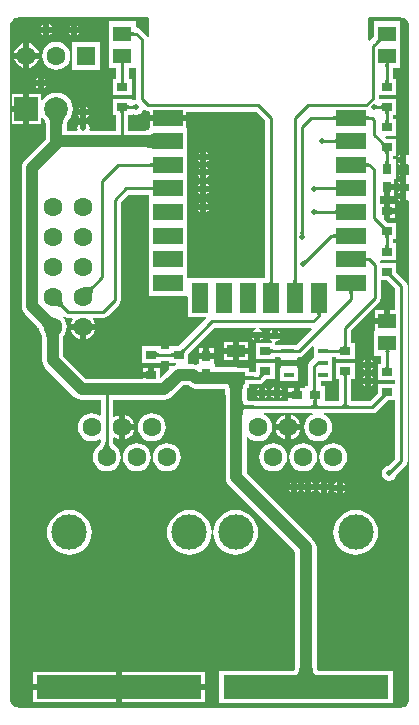
<source format=gtl>
G04*
G04 #@! TF.GenerationSoftware,Altium Limited,Altium Designer,18.0.12 (696)*
G04*
G04 Layer_Physical_Order=1*
G04 Layer_Color=255*
%FSLAX44Y44*%
%MOMM*%
G71*
G01*
G75*
%ADD11C,0.2540*%
%ADD18R,2.5000X1.4000*%
%ADD19R,1.4000X2.5000*%
%ADD20R,1.5000X1.3000*%
%ADD21R,0.9144X0.7620*%
%ADD22R,0.8500X0.6500*%
%ADD23R,1.5000X1.0000*%
%ADD24R,0.7620X0.9144*%
%ADD25R,0.8103X0.2997*%
%ADD40C,1.0160*%
%ADD41R,14.0000X2.0000*%
%ADD42C,1.6000*%
%ADD43C,2.0000*%
%ADD44R,2.0000X2.0000*%
%ADD45R,1.6000X1.6000*%
%ADD46C,0.5080*%
%ADD47C,3.0000*%
G36*
X1108047Y883019D02*
X1108124Y882803D01*
X1108252Y882612D01*
X1108432Y882447D01*
X1108664Y882308D01*
X1108946Y882193D01*
X1109281Y882104D01*
X1109666Y882041D01*
X1110103Y882003D01*
X1110592Y881990D01*
Y879450D01*
X1110103Y879437D01*
X1109666Y879399D01*
X1109281Y879336D01*
X1108946Y879247D01*
X1108664Y879133D01*
X1108432Y878993D01*
X1108252Y878828D01*
X1108124Y878637D01*
X1108047Y878421D01*
X1108021Y878180D01*
Y883260D01*
X1108047Y883019D01*
D02*
G37*
G36*
X1337742Y894268D02*
X1339565Y893513D01*
X1341130Y892312D01*
X1342331Y890747D01*
X1343086Y888924D01*
X1343329Y887081D01*
X1343306Y886968D01*
X1343306Y778120D01*
X1342036Y777738D01*
X1341120Y778351D01*
Y773938D01*
Y769526D01*
X1342036Y770138D01*
X1343306Y769756D01*
Y761610D01*
X1342036Y761228D01*
X1341120Y761841D01*
Y757428D01*
Y753016D01*
X1342036Y753628D01*
X1343306Y753246D01*
Y747640D01*
X1342036Y747258D01*
X1341120Y747870D01*
Y743458D01*
Y739045D01*
X1342036Y739658D01*
X1343306Y739276D01*
X1343306Y317500D01*
X1343329Y317387D01*
X1343086Y315544D01*
X1342331Y313721D01*
X1341130Y312156D01*
X1339565Y310955D01*
X1337742Y310200D01*
X1335898Y309957D01*
X1335786Y309979D01*
X1012952D01*
X1012840Y309957D01*
X1010996Y310200D01*
X1009173Y310955D01*
X1007608Y312156D01*
X1006407Y313721D01*
X1005652Y315544D01*
X1005409Y317388D01*
X1005432Y317500D01*
Y327660D01*
X1005431Y327660D01*
X1005432Y886968D01*
X1005409Y887081D01*
X1005652Y888924D01*
X1006407Y890747D01*
X1007608Y892312D01*
X1009173Y893513D01*
X1010996Y894268D01*
X1012840Y894511D01*
X1012952Y894489D01*
X1122087D01*
X1123188Y894080D01*
X1123188Y893219D01*
Y877694D01*
X1121918Y877569D01*
X1121877Y877774D01*
X1120754Y879454D01*
X1115826Y884382D01*
X1114146Y885505D01*
X1112164Y885900D01*
X1111892D01*
Y891030D01*
X1089272D01*
Y870410D01*
Y851410D01*
X1095403D01*
Y842608D01*
X1092216D01*
Y828488D01*
X1108336D01*
Y842608D01*
X1105761D01*
Y851410D01*
X1111892D01*
X1111913Y850148D01*
Y825246D01*
X1111999Y824809D01*
X1109788Y824370D01*
X1109606Y824248D01*
X1108336Y824927D01*
Y825608D01*
X1092216D01*
Y811488D01*
X1095097D01*
Y798587D01*
X1073562D01*
X1072542Y799857D01*
X1072741Y800862D01*
X1072347Y802844D01*
X1071225Y804525D01*
X1070102Y805275D01*
Y800862D01*
X1065022D01*
Y805275D01*
X1063900Y804525D01*
X1062777Y802844D01*
X1062383Y800862D01*
X1062582Y799857D01*
X1061562Y798587D01*
X1053669D01*
Y802235D01*
X1053736Y804068D01*
X1053809Y804771D01*
X1053909Y805410D01*
X1054025Y805941D01*
X1054150Y806358D01*
X1054268Y806660D01*
X1054365Y806848D01*
X1054396Y806896D01*
X1054551Y807015D01*
X1056765Y809899D01*
X1058157Y813259D01*
X1058631Y816864D01*
X1058157Y820469D01*
X1056765Y823829D01*
X1054551Y826713D01*
X1051667Y828927D01*
X1048307Y830319D01*
X1044702Y830793D01*
X1041097Y830319D01*
X1037737Y828927D01*
X1034853Y826713D01*
X1033112Y824445D01*
X1031842Y824876D01*
Y829404D01*
X1021842D01*
Y816864D01*
Y804324D01*
X1031842D01*
Y808852D01*
X1033112Y809283D01*
X1034853Y807015D01*
X1035008Y806896D01*
X1035039Y806848D01*
X1035136Y806660D01*
X1035254Y806358D01*
X1035378Y805941D01*
X1035495Y805410D01*
X1035588Y804816D01*
X1035721Y803143D01*
X1035735Y802332D01*
Y791368D01*
X1017788Y773420D01*
X1016363Y771563D01*
X1015467Y769401D01*
X1015161Y767080D01*
Y649986D01*
X1015467Y647665D01*
X1016363Y645503D01*
X1017788Y643646D01*
X1027656Y633777D01*
X1028684Y632724D01*
X1029512Y631819D01*
X1029887Y631362D01*
X1030148Y629377D01*
X1031338Y626504D01*
X1032498Y624992D01*
X1032685Y622245D01*
X1032687Y621830D01*
Y604012D01*
X1032993Y601691D01*
X1033889Y599529D01*
X1035314Y597672D01*
X1059698Y573288D01*
X1061555Y571863D01*
X1063717Y570967D01*
X1066038Y570661D01*
X1082195D01*
Y557921D01*
X1081055Y557360D01*
X1080630Y557686D01*
X1077757Y558876D01*
X1074674Y559282D01*
X1071591Y558876D01*
X1068718Y557686D01*
X1066251Y555793D01*
X1064358Y553326D01*
X1063168Y550453D01*
X1062762Y547370D01*
X1063168Y544287D01*
X1064358Y541414D01*
X1066251Y538947D01*
X1068718Y537054D01*
X1071591Y535864D01*
X1074674Y535458D01*
X1077757Y535864D01*
X1080630Y537054D01*
X1081055Y537380D01*
X1082195Y536819D01*
Y534610D01*
X1082185Y534568D01*
X1082108Y534347D01*
X1081956Y534018D01*
X1081715Y533595D01*
X1081378Y533091D01*
X1080970Y532552D01*
X1079753Y531165D01*
X1079113Y530518D01*
X1078951Y530393D01*
X1077058Y527926D01*
X1075868Y525053D01*
X1075462Y521970D01*
X1075868Y518887D01*
X1077058Y516014D01*
X1078951Y513547D01*
X1081418Y511654D01*
X1084291Y510464D01*
X1087374Y510058D01*
X1090457Y510464D01*
X1093330Y511654D01*
X1095797Y513547D01*
X1097690Y516014D01*
X1098880Y518887D01*
X1099286Y521970D01*
X1098880Y525053D01*
X1097690Y527926D01*
X1095797Y530393D01*
X1095635Y530518D01*
X1094996Y531165D01*
X1093778Y532552D01*
X1093370Y533091D01*
X1093034Y533594D01*
X1092792Y534018D01*
X1092640Y534347D01*
X1092562Y534568D01*
X1092553Y534610D01*
Y538255D01*
X1093823Y538881D01*
X1094759Y538163D01*
X1097322Y537101D01*
X1097534Y537073D01*
Y547370D01*
Y557667D01*
X1097322Y557639D01*
X1094759Y556577D01*
X1093823Y555859D01*
X1092553Y556485D01*
Y570661D01*
X1136084D01*
X1138405Y570967D01*
X1140567Y571863D01*
X1142424Y573288D01*
X1146267Y577130D01*
X1152101Y582853D01*
X1156488D01*
X1158329Y581441D01*
X1160491Y580545D01*
X1162812Y580239D01*
X1187495D01*
X1187530Y580058D01*
X1187861Y575831D01*
X1187881Y574219D01*
Y564642D01*
Y504952D01*
X1188187Y502631D01*
X1189083Y500469D01*
X1190508Y498612D01*
X1247063Y442056D01*
Y347762D01*
X1247019Y346075D01*
X1246890Y344610D01*
X1246692Y343416D01*
X1246448Y342510D01*
X1246201Y341902D01*
X1246006Y341583D01*
X1245941Y341513D01*
X1245536Y341470D01*
X1181966D01*
Y313850D01*
X1329586D01*
Y341470D01*
X1266524D01*
X1266119Y341513D01*
X1266054Y341583D01*
X1265859Y341902D01*
X1265612Y342510D01*
X1265368Y343416D01*
X1265170Y344610D01*
X1265041Y346075D01*
X1264997Y347762D01*
Y445770D01*
X1264997Y445770D01*
X1264691Y448091D01*
X1263795Y450253D01*
X1262370Y452110D01*
X1205815Y508666D01*
Y538804D01*
X1207017Y539212D01*
X1207221Y538947D01*
X1209688Y537054D01*
X1212561Y535864D01*
X1215644Y535458D01*
X1218727Y535864D01*
X1221600Y537054D01*
X1224067Y538947D01*
X1225960Y541414D01*
X1227150Y544287D01*
X1227556Y547370D01*
X1227150Y550453D01*
X1225960Y553326D01*
X1224067Y555793D01*
X1221600Y557686D01*
X1220377Y558192D01*
X1220630Y559463D01*
X1261458D01*
X1261711Y558192D01*
X1260488Y557686D01*
X1258021Y555793D01*
X1256128Y553326D01*
X1254938Y550453D01*
X1254532Y547370D01*
X1254938Y544287D01*
X1256128Y541414D01*
X1258021Y538947D01*
X1260488Y537054D01*
X1263361Y535864D01*
X1266444Y535458D01*
X1269527Y535864D01*
X1272400Y537054D01*
X1274867Y538947D01*
X1276760Y541414D01*
X1277950Y544287D01*
X1278356Y547370D01*
X1277950Y550453D01*
X1276760Y553326D01*
X1274867Y555793D01*
X1272400Y557686D01*
X1271177Y558192D01*
X1271430Y559463D01*
X1312282D01*
X1314264Y559857D01*
X1315945Y560979D01*
X1324924Y569959D01*
X1325058Y570077D01*
X1325142Y570143D01*
X1325261Y570120D01*
X1325476Y570164D01*
X1331622D01*
Y520813D01*
X1325580Y514771D01*
X1324164Y514490D01*
X1322064Y513086D01*
X1320660Y510986D01*
X1320168Y508508D01*
X1320660Y506030D01*
X1322064Y503930D01*
X1324164Y502526D01*
X1326642Y502034D01*
X1329120Y502526D01*
X1331220Y503930D01*
X1332624Y506030D01*
X1332905Y507446D01*
X1340464Y515005D01*
X1341587Y516686D01*
X1341982Y518668D01*
Y666632D01*
X1341982Y666632D01*
X1341587Y668614D01*
X1340464Y670294D01*
X1332657Y678102D01*
X1332416Y678360D01*
Y686138D01*
X1319157D01*
X1318981Y687020D01*
X1318495Y687748D01*
X1319174Y689018D01*
X1332416D01*
Y703138D01*
X1329536D01*
Y706562D01*
X1332416D01*
Y720682D01*
X1324968D01*
X1324753Y720726D01*
X1324648Y720706D01*
X1324341Y720962D01*
X1321644Y723659D01*
X1321816Y724073D01*
Y730622D01*
Y736412D01*
X1318613D01*
Y743458D01*
X1321816D01*
Y750570D01*
X1324356D01*
Y753110D01*
X1330706D01*
Y757428D01*
X1331976D01*
Y774192D01*
X1329536D01*
Y777428D01*
X1332416D01*
Y791548D01*
X1324968D01*
X1324753Y791592D01*
X1324648Y791572D01*
X1324341Y791828D01*
X1322914Y793255D01*
X1323400Y794428D01*
X1332416D01*
Y808548D01*
X1329536D01*
Y811488D01*
X1332618D01*
Y825608D01*
X1317971D01*
X1317852Y825754D01*
Y828488D01*
X1332618D01*
Y842608D01*
X1329738D01*
Y851410D01*
X1335920D01*
Y870410D01*
Y891030D01*
X1313300D01*
Y878353D01*
X1313260Y878192D01*
X1313298Y877942D01*
X1313071Y877674D01*
X1310132Y874735D01*
X1308862Y875261D01*
Y893219D01*
X1308862Y894080D01*
X1309963Y894489D01*
X1335786D01*
X1335898Y894511D01*
X1337742Y894268D01*
D02*
G37*
G36*
X1320565Y874250D02*
X1320375Y874402D01*
X1320147Y874480D01*
X1319882Y874484D01*
X1319579Y874414D01*
X1319239Y874271D01*
X1318861Y874055D01*
X1318445Y873765D01*
X1317992Y873402D01*
X1316973Y872454D01*
X1315344Y874418D01*
X1315840Y874932D01*
X1316620Y875856D01*
X1316905Y876266D01*
X1317119Y876643D01*
X1317264Y876985D01*
X1317338Y877292D01*
X1317343Y877566D01*
X1317277Y877805D01*
X1317141Y878011D01*
X1320565Y874250D01*
D02*
G37*
G36*
X1326857Y855255D02*
X1326641Y855178D01*
X1326450Y855050D01*
X1326285Y854870D01*
X1326145Y854638D01*
X1326031Y854356D01*
X1325942Y854021D01*
X1325879Y853636D01*
X1325841Y853199D01*
X1325828Y852710D01*
X1323288D01*
X1323275Y853199D01*
X1323237Y853636D01*
X1323174Y854021D01*
X1323085Y854356D01*
X1322970Y854638D01*
X1322831Y854870D01*
X1322666Y855050D01*
X1322475Y855178D01*
X1322259Y855255D01*
X1322018Y855281D01*
X1327098D01*
X1326857Y855255D01*
D02*
G37*
G36*
X1102881D02*
X1102665Y855178D01*
X1102474Y855050D01*
X1102309Y854870D01*
X1102169Y854638D01*
X1102055Y854356D01*
X1101966Y854021D01*
X1101903Y853636D01*
X1101865Y853199D01*
X1101852Y852710D01*
X1099312D01*
X1099299Y853199D01*
X1099261Y853636D01*
X1099198Y854021D01*
X1099109Y854356D01*
X1098995Y854638D01*
X1098855Y854870D01*
X1098690Y855050D01*
X1098499Y855178D01*
X1098283Y855255D01*
X1098042Y855281D01*
X1103122D01*
X1102881Y855255D01*
D02*
G37*
G36*
X1325841Y840825D02*
X1325879Y840393D01*
X1325942Y840012D01*
X1326031Y839682D01*
X1326145Y839402D01*
X1326285Y839174D01*
X1326450Y838996D01*
X1326641Y838869D01*
X1326857Y838793D01*
X1327098Y838767D01*
X1322018D01*
X1322259Y838793D01*
X1322475Y838869D01*
X1322666Y838996D01*
X1322831Y839174D01*
X1322970Y839402D01*
X1323085Y839682D01*
X1323174Y840012D01*
X1323237Y840393D01*
X1323275Y840825D01*
X1323288Y841308D01*
X1325828D01*
X1325841Y840825D01*
D02*
G37*
G36*
X1101865D02*
X1101903Y840393D01*
X1101966Y840012D01*
X1102055Y839682D01*
X1102169Y839402D01*
X1102309Y839174D01*
X1102474Y838996D01*
X1102665Y838869D01*
X1102881Y838793D01*
X1103122Y838767D01*
X1098042D01*
X1098283Y838793D01*
X1098499Y838869D01*
X1098690Y838996D01*
X1098855Y839174D01*
X1098995Y839402D01*
X1099109Y839682D01*
X1099198Y840012D01*
X1099261Y840393D01*
X1099299Y840825D01*
X1099312Y841308D01*
X1101852D01*
X1101865Y840825D01*
D02*
G37*
G36*
X1110344Y816728D02*
X1110239Y816832D01*
X1110116Y816926D01*
X1109974Y817008D01*
X1109814Y817080D01*
X1109634Y817141D01*
X1109436Y817190D01*
X1109220Y817228D01*
X1108984Y817256D01*
X1108457Y817278D01*
X1108643Y819818D01*
X1108917Y819823D01*
X1109410Y819859D01*
X1109630Y819891D01*
X1109831Y819933D01*
X1110015Y819983D01*
X1110180Y820043D01*
X1110327Y820112D01*
X1110457Y820190D01*
X1110568Y820277D01*
X1110344Y816728D01*
D02*
G37*
G36*
X1315611Y820070D02*
X1315738Y819983D01*
X1315883Y819907D01*
X1316046Y819841D01*
X1316228Y819785D01*
X1316429Y819739D01*
X1316647Y819704D01*
X1316884Y819678D01*
X1317412Y819658D01*
Y817118D01*
X1317139Y817113D01*
X1316647Y817072D01*
X1316429Y817037D01*
X1316228Y816991D01*
X1316046Y816935D01*
X1315883Y816869D01*
X1315738Y816793D01*
X1315611Y816706D01*
X1315502Y816610D01*
Y820166D01*
X1315611Y820070D01*
D02*
G37*
G36*
X1104491Y820847D02*
X1104568Y820631D01*
X1104696Y820440D01*
X1104876Y820275D01*
X1105108Y820135D01*
X1105390Y820021D01*
X1105725Y819932D01*
X1106110Y819869D01*
X1106547Y819831D01*
X1107036Y819818D01*
Y817278D01*
X1106547Y817265D01*
X1106110Y817227D01*
X1105725Y817164D01*
X1105390Y817075D01*
X1105108Y816961D01*
X1104876Y816821D01*
X1104696Y816656D01*
X1104568Y816465D01*
X1104491Y816249D01*
X1104465Y816008D01*
Y821088D01*
X1104491Y820847D01*
D02*
G37*
G36*
X1320369Y815848D02*
X1320343Y816089D01*
X1320266Y816305D01*
X1320138Y816496D01*
X1319958Y816661D01*
X1319726Y816801D01*
X1319444Y816915D01*
X1319109Y817004D01*
X1318724Y817067D01*
X1318287Y817105D01*
X1317798Y817118D01*
Y819658D01*
X1318287Y819671D01*
X1318724Y819709D01*
X1319109Y819772D01*
X1319444Y819861D01*
X1319726Y819976D01*
X1319958Y820115D01*
X1320138Y820280D01*
X1320266Y820471D01*
X1320343Y820687D01*
X1320369Y820928D01*
Y815848D01*
D02*
G37*
G36*
X1326655Y815333D02*
X1326439Y815256D01*
X1326248Y815128D01*
X1326083Y814948D01*
X1325943Y814716D01*
X1325829Y814434D01*
X1325740Y814099D01*
X1325677Y813714D01*
X1325639Y813277D01*
X1325626Y812788D01*
X1323086D01*
X1323073Y813277D01*
X1323035Y813714D01*
X1322972Y814099D01*
X1322883Y814434D01*
X1322769Y814716D01*
X1322629Y814948D01*
X1322464Y815128D01*
X1322273Y815256D01*
X1322057Y815333D01*
X1321816Y815359D01*
X1326896D01*
X1326655Y815333D01*
D02*
G37*
G36*
X1102575D02*
X1102359Y815256D01*
X1102168Y815128D01*
X1102003Y814948D01*
X1101863Y814716D01*
X1101749Y814434D01*
X1101660Y814099D01*
X1101597Y813714D01*
X1101559Y813277D01*
X1101546Y812788D01*
X1099006D01*
X1098993Y813277D01*
X1098955Y813714D01*
X1098892Y814099D01*
X1098803Y814434D01*
X1098689Y814716D01*
X1098549Y814948D01*
X1098384Y815128D01*
X1098193Y815256D01*
X1097977Y815333D01*
X1097736Y815359D01*
X1102816D01*
X1102575Y815333D01*
D02*
G37*
G36*
X1119936Y815635D02*
X1121918Y815240D01*
X1121918Y815240D01*
X1123188D01*
Y814324D01*
X1124090D01*
Y812160D01*
X1154170D01*
Y814324D01*
X1214161D01*
X1221451Y807035D01*
Y673430D01*
X1155820D01*
X1155440Y674542D01*
Y678810D01*
Y698810D01*
Y718810D01*
Y738810D01*
Y758810D01*
Y778810D01*
Y800430D01*
X1154170D01*
Y807080D01*
X1124090D01*
Y800430D01*
X1122820D01*
Y798966D01*
X1118258Y798602D01*
X1116691Y798587D01*
X1105455D01*
Y811488D01*
X1108336D01*
Y811849D01*
X1109606Y812528D01*
X1109788Y812406D01*
X1112266Y811914D01*
X1114744Y812406D01*
X1116844Y813810D01*
X1118248Y815910D01*
X1119035Y816237D01*
X1119936Y815635D01*
D02*
G37*
G36*
X1306595Y811919D02*
X1306672Y811703D01*
X1306800Y811512D01*
X1306980Y811347D01*
X1307212Y811207D01*
X1307494Y811093D01*
X1307829Y811004D01*
X1308214Y810941D01*
X1308651Y810903D01*
X1309140Y810890D01*
Y808350D01*
X1308651Y808337D01*
X1308214Y808299D01*
X1307829Y808236D01*
X1307494Y808147D01*
X1307212Y808032D01*
X1306980Y807893D01*
X1306800Y807728D01*
X1306672Y807537D01*
X1306595Y807321D01*
X1306569Y807080D01*
Y812160D01*
X1306595Y811919D01*
D02*
G37*
G36*
X1281691Y807080D02*
X1281665Y807321D01*
X1281588Y807537D01*
X1281460Y807728D01*
X1281280Y807893D01*
X1281048Y808032D01*
X1280766Y808147D01*
X1280431Y808236D01*
X1280046Y808299D01*
X1279609Y808337D01*
X1279120Y808350D01*
Y810890D01*
X1279609Y810903D01*
X1280046Y810941D01*
X1280431Y811004D01*
X1280766Y811093D01*
X1281048Y811207D01*
X1281280Y811347D01*
X1281460Y811512D01*
X1281588Y811703D01*
X1281665Y811919D01*
X1281691Y812160D01*
Y807080D01*
D02*
G37*
G36*
X1325639Y806765D02*
X1325677Y806333D01*
X1325740Y805952D01*
X1325829Y805622D01*
X1325943Y805342D01*
X1326083Y805114D01*
X1326248Y804936D01*
X1326439Y804809D01*
X1326655Y804733D01*
X1326896Y804707D01*
X1321816D01*
X1322057Y804733D01*
X1322273Y804809D01*
X1322464Y804936D01*
X1322629Y805114D01*
X1322769Y805342D01*
X1322883Y805622D01*
X1322972Y805952D01*
X1323035Y806333D01*
X1323073Y806765D01*
X1323086Y807247D01*
X1325626D01*
X1325639Y806765D01*
D02*
G37*
G36*
X1051337Y809309D02*
X1051011Y808821D01*
X1050723Y808260D01*
X1050473Y807624D01*
X1050262Y806914D01*
X1050089Y806129D01*
X1049955Y805271D01*
X1049859Y804338D01*
X1049782Y802250D01*
X1039622D01*
X1039603Y803331D01*
X1039449Y805271D01*
X1039315Y806129D01*
X1039142Y806914D01*
X1038931Y807624D01*
X1038681Y808260D01*
X1038393Y808821D01*
X1038067Y809309D01*
X1037702Y809723D01*
X1051702D01*
X1051337Y809309D01*
D02*
G37*
G36*
X1271281Y791254D02*
X1271410Y791178D01*
X1271557Y791110D01*
X1271723Y791052D01*
X1271907Y791002D01*
X1272108Y790962D01*
X1272328Y790930D01*
X1272822Y790894D01*
X1273096Y790890D01*
X1273314Y788350D01*
X1273041Y788344D01*
X1272552Y788300D01*
X1272336Y788261D01*
X1272138Y788211D01*
X1271959Y788149D01*
X1271799Y788077D01*
X1271658Y787994D01*
X1271536Y787899D01*
X1271432Y787793D01*
X1271169Y791339D01*
X1271281Y791254D01*
D02*
G37*
G36*
X1281691Y787080D02*
X1281665Y787321D01*
X1281588Y787537D01*
X1281460Y787728D01*
X1281280Y787893D01*
X1281048Y788033D01*
X1280766Y788147D01*
X1280431Y788236D01*
X1280046Y788299D01*
X1279609Y788337D01*
X1279120Y788350D01*
Y790890D01*
X1279609Y790903D01*
X1280046Y790941D01*
X1280431Y791004D01*
X1280766Y791093D01*
X1281048Y791208D01*
X1281280Y791347D01*
X1281460Y791512D01*
X1281588Y791703D01*
X1281665Y791919D01*
X1281691Y792160D01*
Y787080D01*
D02*
G37*
G36*
X1321612Y789046D02*
X1322486Y788315D01*
X1322884Y788043D01*
X1323257Y787832D01*
X1323603Y787684D01*
X1323923Y787597D01*
X1324218Y787572D01*
X1324486Y787609D01*
X1324729Y787708D01*
X1320137Y785115D01*
X1320325Y785268D01*
X1320432Y785467D01*
X1320457Y785711D01*
X1320400Y786001D01*
X1320262Y786337D01*
X1320041Y786720D01*
X1319739Y787148D01*
X1319354Y787622D01*
X1318340Y788708D01*
X1321136Y789504D01*
X1321612Y789046D01*
D02*
G37*
G36*
X1126660Y782651D02*
X1126559Y783009D01*
X1126254Y783331D01*
X1125746Y783614D01*
X1125035Y783860D01*
X1124120Y784068D01*
X1123003Y784238D01*
X1120158Y784464D01*
X1116500Y784540D01*
Y794700D01*
X1118431Y794719D01*
X1124120Y795172D01*
X1125035Y795380D01*
X1125746Y795626D01*
X1126254Y795909D01*
X1126559Y796230D01*
X1126660Y796590D01*
Y782651D01*
D02*
G37*
G36*
X1326655Y781273D02*
X1326439Y781196D01*
X1326248Y781068D01*
X1326083Y780888D01*
X1325943Y780656D01*
X1325829Y780374D01*
X1325740Y780039D01*
X1325677Y779654D01*
X1325639Y779217D01*
X1325626Y778728D01*
X1323086D01*
X1323073Y779217D01*
X1323035Y779654D01*
X1322972Y780039D01*
X1322883Y780374D01*
X1322769Y780656D01*
X1322629Y780888D01*
X1322464Y781068D01*
X1322273Y781196D01*
X1322057Y781273D01*
X1321816Y781299D01*
X1326896D01*
X1326655Y781273D01*
D02*
G37*
G36*
X1325639Y772403D02*
X1325677Y771966D01*
X1325740Y771581D01*
X1325829Y771246D01*
X1325943Y770964D01*
X1326083Y770732D01*
X1326248Y770552D01*
X1326439Y770424D01*
X1326655Y770347D01*
X1326896Y770321D01*
X1321816D01*
X1322057Y770347D01*
X1322273Y770424D01*
X1322464Y770552D01*
X1322629Y770732D01*
X1322769Y770964D01*
X1322883Y771246D01*
X1322972Y771581D01*
X1323035Y771966D01*
X1323073Y772403D01*
X1323086Y772891D01*
X1325626D01*
X1325639Y772403D01*
D02*
G37*
G36*
X1306595Y771919D02*
X1306672Y771703D01*
X1306800Y771512D01*
X1306980Y771347D01*
X1307212Y771208D01*
X1307494Y771093D01*
X1307829Y771004D01*
X1308214Y770941D01*
X1308651Y770903D01*
X1309140Y770890D01*
Y768350D01*
X1308651Y768337D01*
X1308214Y768299D01*
X1307829Y768236D01*
X1307494Y768147D01*
X1307212Y768033D01*
X1306980Y767893D01*
X1306800Y767728D01*
X1306672Y767537D01*
X1306595Y767321D01*
X1306569Y767080D01*
Y772160D01*
X1306595Y771919D01*
D02*
G37*
G36*
X1126691Y767080D02*
X1126665Y767321D01*
X1126588Y767537D01*
X1126459Y767728D01*
X1126280Y767893D01*
X1126048Y768033D01*
X1125765Y768147D01*
X1125431Y768236D01*
X1125046Y768299D01*
X1124609Y768337D01*
X1124120Y768350D01*
Y770890D01*
X1124609Y770903D01*
X1125046Y770941D01*
X1125431Y771004D01*
X1125765Y771093D01*
X1126048Y771208D01*
X1126280Y771347D01*
X1126459Y771512D01*
X1126588Y771703D01*
X1126665Y771919D01*
X1126691Y772160D01*
Y767080D01*
D02*
G37*
G36*
X1264765Y751286D02*
X1264893Y751203D01*
X1265040Y751129D01*
X1265204Y751066D01*
X1265387Y751012D01*
X1265587Y750968D01*
X1265806Y750934D01*
X1266299Y750895D01*
X1266572Y750890D01*
X1266648Y748350D01*
X1266376Y748345D01*
X1265885Y748303D01*
X1265667Y748266D01*
X1265468Y748219D01*
X1265287Y748161D01*
X1265124Y748092D01*
X1264980Y748013D01*
X1264855Y747924D01*
X1264747Y747824D01*
X1264655Y751379D01*
X1264765Y751286D01*
D02*
G37*
G36*
X1281691Y747080D02*
X1281665Y747321D01*
X1281588Y747537D01*
X1281460Y747728D01*
X1281280Y747893D01*
X1281048Y748033D01*
X1280766Y748147D01*
X1280431Y748236D01*
X1280046Y748299D01*
X1279609Y748337D01*
X1279120Y748350D01*
Y750890D01*
X1279609Y750903D01*
X1280046Y750941D01*
X1280431Y751004D01*
X1280766Y751093D01*
X1281048Y751208D01*
X1281280Y751347D01*
X1281460Y751512D01*
X1281588Y751703D01*
X1281665Y751919D01*
X1281691Y752160D01*
Y747080D01*
D02*
G37*
G36*
X1126691D02*
X1126665Y747321D01*
X1126588Y747537D01*
X1126459Y747728D01*
X1126280Y747893D01*
X1126048Y748033D01*
X1125765Y748147D01*
X1125431Y748236D01*
X1125046Y748299D01*
X1124609Y748337D01*
X1124120Y748350D01*
Y750890D01*
X1124609Y750903D01*
X1125046Y750941D01*
X1125431Y751004D01*
X1125765Y751093D01*
X1126048Y751208D01*
X1126280Y751347D01*
X1126459Y751512D01*
X1126588Y751703D01*
X1126665Y751919D01*
X1126691Y752160D01*
Y747080D01*
D02*
G37*
G36*
X1264464Y731269D02*
X1264593Y731189D01*
X1264740Y731119D01*
X1264905Y731058D01*
X1265088Y731007D01*
X1265290Y730965D01*
X1265509Y730932D01*
X1266002Y730894D01*
X1266276Y730890D01*
X1266429Y728350D01*
X1266156Y728344D01*
X1265666Y728301D01*
X1265449Y728263D01*
X1265250Y728214D01*
X1265071Y728154D01*
X1264910Y728084D01*
X1264767Y728002D01*
X1264643Y727910D01*
X1264538Y727806D01*
X1264353Y731358D01*
X1264464Y731269D01*
D02*
G37*
G36*
X1281691Y727080D02*
X1281665Y727321D01*
X1281588Y727537D01*
X1281460Y727728D01*
X1281280Y727893D01*
X1281048Y728032D01*
X1280766Y728147D01*
X1280431Y728235D01*
X1280046Y728299D01*
X1279609Y728337D01*
X1279120Y728350D01*
Y730890D01*
X1279609Y730902D01*
X1280046Y730941D01*
X1280431Y731004D01*
X1280766Y731093D01*
X1281048Y731207D01*
X1281280Y731347D01*
X1281460Y731512D01*
X1281588Y731703D01*
X1281665Y731918D01*
X1281691Y732160D01*
Y727080D01*
D02*
G37*
G36*
X1321612Y718180D02*
X1322486Y717449D01*
X1322884Y717177D01*
X1323257Y716966D01*
X1323603Y716818D01*
X1323923Y716731D01*
X1324218Y716706D01*
X1324486Y716743D01*
X1324729Y716842D01*
X1320137Y714249D01*
X1320325Y714402D01*
X1320432Y714601D01*
X1320457Y714845D01*
X1320400Y715135D01*
X1320262Y715471D01*
X1320041Y715854D01*
X1319739Y716282D01*
X1319354Y716756D01*
X1318340Y717841D01*
X1321136Y718638D01*
X1321612Y718180D01*
D02*
G37*
G36*
X1253749Y712365D02*
X1253790Y711873D01*
X1253825Y711655D01*
X1253871Y711454D01*
X1253927Y711273D01*
X1253993Y711109D01*
X1254069Y710964D01*
X1254156Y710837D01*
X1254252Y710728D01*
X1250696D01*
X1250792Y710837D01*
X1250879Y710964D01*
X1250955Y711109D01*
X1251021Y711273D01*
X1251077Y711454D01*
X1251123Y711655D01*
X1251158Y711873D01*
X1251184Y712110D01*
X1251204Y712638D01*
X1253744D01*
X1253749Y712365D01*
D02*
G37*
G36*
X1326655Y710407D02*
X1326439Y710330D01*
X1326248Y710202D01*
X1326083Y710022D01*
X1325943Y709790D01*
X1325829Y709508D01*
X1325740Y709173D01*
X1325677Y708788D01*
X1325639Y708351D01*
X1325626Y707862D01*
X1323086D01*
X1323073Y708351D01*
X1323035Y708788D01*
X1322972Y709173D01*
X1322883Y709508D01*
X1322769Y709790D01*
X1322629Y710022D01*
X1322464Y710202D01*
X1322273Y710330D01*
X1322057Y710407D01*
X1321816Y710433D01*
X1326896D01*
X1326655Y710407D01*
D02*
G37*
G36*
X1281691Y707080D02*
X1281665Y707321D01*
X1281588Y707537D01*
X1281460Y707728D01*
X1281280Y707893D01*
X1281048Y708032D01*
X1280766Y708147D01*
X1280431Y708236D01*
X1280046Y708299D01*
X1279609Y708337D01*
X1279120Y708350D01*
Y710890D01*
X1279609Y710903D01*
X1280046Y710941D01*
X1280431Y711004D01*
X1280766Y711093D01*
X1281048Y711207D01*
X1281280Y711347D01*
X1281460Y711512D01*
X1281588Y711703D01*
X1281665Y711919D01*
X1281691Y712160D01*
Y707080D01*
D02*
G37*
G36*
X1325639Y701355D02*
X1325677Y700923D01*
X1325740Y700542D01*
X1325829Y700212D01*
X1325943Y699932D01*
X1326083Y699704D01*
X1326248Y699526D01*
X1326439Y699399D01*
X1326655Y699323D01*
X1326896Y699297D01*
X1321816D01*
X1322057Y699323D01*
X1322273Y699399D01*
X1322464Y699526D01*
X1322629Y699704D01*
X1322769Y699932D01*
X1322883Y700212D01*
X1322972Y700542D01*
X1323035Y700923D01*
X1323073Y701355D01*
X1323086Y701837D01*
X1325626D01*
X1325639Y701355D01*
D02*
G37*
G36*
X1306595Y691919D02*
X1306672Y691703D01*
X1306800Y691512D01*
X1306980Y691347D01*
X1307212Y691207D01*
X1307494Y691093D01*
X1307829Y691004D01*
X1308214Y690941D01*
X1308651Y690903D01*
X1309140Y690890D01*
Y688350D01*
X1308651Y688337D01*
X1308214Y688299D01*
X1307829Y688236D01*
X1307494Y688147D01*
X1307212Y688032D01*
X1306980Y687893D01*
X1306800Y687728D01*
X1306672Y687537D01*
X1306595Y687321D01*
X1306569Y687080D01*
Y692160D01*
X1306595Y691919D01*
D02*
G37*
G36*
X1257215Y687729D02*
X1257026Y687532D01*
X1256711Y687154D01*
X1256586Y686974D01*
X1256481Y686799D01*
X1256398Y686629D01*
X1256336Y686465D01*
X1256294Y686306D01*
X1256274Y686153D01*
X1256276Y686005D01*
X1253590Y688335D01*
X1253729Y688353D01*
X1253875Y688390D01*
X1254027Y688447D01*
X1254186Y688522D01*
X1254351Y688617D01*
X1254522Y688730D01*
X1254700Y688863D01*
X1255074Y689187D01*
X1255271Y689378D01*
X1257215Y687729D01*
D02*
G37*
G36*
X1328360Y678300D02*
X1328256Y678104D01*
X1328235Y677861D01*
X1328295Y677571D01*
X1328436Y677235D01*
X1328660Y676853D01*
X1328965Y676424D01*
X1329352Y675948D01*
X1330372Y674858D01*
X1327576Y674062D01*
X1327097Y674524D01*
X1326218Y675261D01*
X1325819Y675536D01*
X1325447Y675750D01*
X1325101Y675901D01*
X1324782Y675991D01*
X1324489Y676019D01*
X1324223Y675985D01*
X1323983Y675889D01*
X1328545Y678451D01*
X1328360Y678300D01*
D02*
G37*
G36*
X1324361Y671748D02*
X1331622Y664487D01*
Y646428D01*
X1327404D01*
Y637388D01*
X1324864D01*
Y634848D01*
X1314824D01*
Y628698D01*
X1313554D01*
Y608078D01*
X1319684D01*
Y601284D01*
X1316804D01*
Y587164D01*
X1331622D01*
Y584284D01*
X1316804D01*
Y577114D01*
X1316788Y577066D01*
X1316804Y576858D01*
Y576516D01*
X1316644Y576329D01*
X1310137Y569822D01*
X1294483D01*
Y587944D01*
X1297364D01*
Y602064D01*
X1281244D01*
Y587944D01*
X1284124D01*
Y569822D01*
X1271778D01*
Y582168D01*
X1268359D01*
Y586638D01*
X1278394D01*
Y596620D01*
Y606629D01*
Y606758D01*
X1281244D01*
Y604944D01*
X1297364D01*
Y619064D01*
X1294483D01*
Y629553D01*
X1317858Y652927D01*
X1318981Y654608D01*
X1319375Y656590D01*
Y672018D01*
X1323876D01*
X1323940Y672004D01*
X1324011Y672018D01*
X1324039D01*
X1324361Y671748D01*
D02*
G37*
G36*
X1247913Y671641D02*
X1247951Y671204D01*
X1248014Y670818D01*
X1248103Y670484D01*
X1248217Y670201D01*
X1248357Y669970D01*
X1248522Y669790D01*
X1248713Y669662D01*
X1248929Y669585D01*
X1249170Y669559D01*
X1244090D01*
X1244331Y669585D01*
X1244547Y669662D01*
X1244738Y669790D01*
X1244903Y669970D01*
X1245042Y670201D01*
X1245157Y670484D01*
X1245246Y670818D01*
X1245309Y671204D01*
X1245347Y671641D01*
X1245360Y672129D01*
X1247900D01*
X1247913Y671641D01*
D02*
G37*
G36*
X1227913D02*
X1227951Y671204D01*
X1228014Y670818D01*
X1228103Y670484D01*
X1228217Y670201D01*
X1228357Y669970D01*
X1228522Y669790D01*
X1228713Y669662D01*
X1228929Y669585D01*
X1229170Y669559D01*
X1224090D01*
X1224331Y669585D01*
X1224547Y669662D01*
X1224738Y669790D01*
X1224903Y669970D01*
X1225042Y670201D01*
X1225157Y670484D01*
X1225246Y670818D01*
X1225309Y671204D01*
X1225347Y671641D01*
X1225360Y672129D01*
X1227900D01*
X1227913Y671641D01*
D02*
G37*
G36*
X1296429Y662625D02*
X1296213Y662549D01*
X1296022Y662422D01*
X1295857Y662244D01*
X1295717Y662015D01*
X1295603Y661736D01*
X1295514Y661406D01*
X1295451Y661025D01*
X1295413Y660593D01*
X1295400Y660110D01*
X1292860D01*
X1292847Y660593D01*
X1292809Y661025D01*
X1292746Y661406D01*
X1292657Y661736D01*
X1292543Y662015D01*
X1292403Y662244D01*
X1292238Y662422D01*
X1292047Y662549D01*
X1291831Y662625D01*
X1291590Y662650D01*
X1296670D01*
X1296429Y662625D01*
D02*
G37*
G36*
X1076931Y665941D02*
X1076564Y665512D01*
X1076236Y665001D01*
X1075948Y664407D01*
X1075700Y663731D01*
X1075493Y662972D01*
X1075325Y662130D01*
X1075197Y661207D01*
X1075061Y659111D01*
X1075054Y657940D01*
X1067134Y665860D01*
X1068305Y665867D01*
X1070400Y666003D01*
X1071324Y666131D01*
X1072166Y666299D01*
X1072925Y666506D01*
X1073601Y666754D01*
X1074195Y667042D01*
X1074706Y667370D01*
X1075135Y667737D01*
X1076931Y665941D01*
D02*
G37*
G36*
X1049687Y656777D02*
X1049864Y654664D01*
X1050007Y653734D01*
X1050187Y652889D01*
X1050404Y652128D01*
X1050657Y651451D01*
X1050947Y650859D01*
X1051273Y650351D01*
X1051636Y649928D01*
X1049881Y648091D01*
X1049447Y648463D01*
X1048933Y648792D01*
X1048337Y649077D01*
X1047662Y649319D01*
X1046905Y649518D01*
X1046068Y649674D01*
X1045150Y649786D01*
X1044152Y649856D01*
X1041914Y649864D01*
X1049653Y657960D01*
X1049687Y656777D01*
D02*
G37*
G36*
X1268929Y644625D02*
X1268713Y644549D01*
X1268522Y644422D01*
X1268357Y644244D01*
X1268217Y644015D01*
X1268103Y643736D01*
X1268014Y643406D01*
X1267951Y643025D01*
X1267913Y642593D01*
X1267900Y642110D01*
X1265360D01*
X1265347Y642593D01*
X1265309Y643025D01*
X1265246Y643406D01*
X1265157Y643736D01*
X1265042Y644015D01*
X1264903Y644244D01*
X1264738Y644422D01*
X1264547Y644549D01*
X1264331Y644625D01*
X1264090Y644650D01*
X1269170D01*
X1268929Y644625D01*
D02*
G37*
G36*
X1122820Y738810D02*
Y718810D01*
Y698810D01*
Y678810D01*
Y658810D01*
X1155440D01*
X1155820Y657697D01*
Y640810D01*
X1171145D01*
X1171671Y639540D01*
X1148205Y616074D01*
X1148070Y615955D01*
X1147976Y615880D01*
X1147931D01*
X1147859Y615894D01*
X1147796Y615880D01*
X1140216D01*
Y613999D01*
X1133280D01*
Y615880D01*
X1117160D01*
Y601760D01*
X1133280D01*
Y603641D01*
X1140216D01*
Y601760D01*
X1145939D01*
X1146022Y600490D01*
X1145955Y600481D01*
X1143793Y599585D01*
X1142873Y598880D01*
X1140216D01*
Y596655D01*
X1134184Y590409D01*
X1133280Y589505D01*
X1132010Y590031D01*
Y597610D01*
X1127760D01*
Y591820D01*
X1125220D01*
Y589280D01*
X1118430D01*
Y588595D01*
X1069752D01*
X1050621Y607726D01*
Y621628D01*
X1050638Y623102D01*
X1050693Y624328D01*
X1050751Y624916D01*
X1051970Y626504D01*
X1053160Y629377D01*
X1053566Y632460D01*
X1053160Y635543D01*
X1051970Y638416D01*
X1050468Y640374D01*
X1051348Y641313D01*
X1052372Y640629D01*
X1054354Y640235D01*
X1054354Y640235D01*
X1058133D01*
X1058760Y638965D01*
X1057847Y637775D01*
X1056785Y635211D01*
X1056757Y635000D01*
X1077351D01*
X1077323Y635211D01*
X1076261Y637775D01*
X1075348Y638965D01*
X1075975Y640235D01*
X1084580D01*
X1086562Y640629D01*
X1088242Y641751D01*
X1097641Y651150D01*
X1098763Y652830D01*
X1099157Y654812D01*
Y738011D01*
X1105587Y744441D01*
X1122820D01*
Y738810D01*
D02*
G37*
G36*
X1038128Y643177D02*
X1040900Y640759D01*
X1041177Y640592D01*
X1041402Y640492D01*
X1041574Y640460D01*
X1033654Y632540D01*
X1033622Y632712D01*
X1033522Y632937D01*
X1033355Y633214D01*
X1033121Y633544D01*
X1032449Y634363D01*
X1031508Y635392D01*
X1030298Y636632D01*
X1037482Y643816D01*
X1038128Y643177D01*
D02*
G37*
G36*
X1261148Y630679D02*
X1247715Y617245D01*
X1245770D01*
X1245548Y617290D01*
X1245326Y617245D01*
X1237728D01*
X1237506Y617290D01*
X1237406Y617270D01*
X1237306Y617285D01*
X1236550Y617245D01*
X1233666D01*
Y617183D01*
X1229800D01*
Y618681D01*
X1229800Y619064D01*
X1230424Y620076D01*
X1231596Y620309D01*
X1233277Y621432D01*
X1234026Y622554D01*
X1225201D01*
X1225952Y621432D01*
X1227594Y620334D01*
X1227617Y620232D01*
X1227383Y619064D01*
X1213680D01*
Y604944D01*
X1229800D01*
Y606824D01*
X1233666D01*
Y606629D01*
X1233939D01*
X1234936Y605967D01*
X1234936Y605359D01*
Y604469D01*
X1241527D01*
X1248119D01*
Y605359D01*
X1248119Y605967D01*
X1249115Y606629D01*
X1249389D01*
Y606758D01*
X1249731D01*
X1251713Y607152D01*
X1253393Y608275D01*
X1261401Y616282D01*
X1262671Y615756D01*
Y606162D01*
X1262273Y605896D01*
X1259517Y603140D01*
X1258394Y601460D01*
X1258000Y599477D01*
Y582168D01*
X1255014D01*
Y580898D01*
X1250696D01*
Y574548D01*
X1248156D01*
Y572008D01*
X1241044D01*
Y569822D01*
X1210208D01*
X1208808Y569882D01*
X1206210Y570136D01*
X1206183Y570141D01*
X1206167Y570219D01*
X1206025Y571271D01*
X1205836Y574288D01*
X1205826Y575107D01*
X1205835Y575869D01*
X1206013Y578900D01*
X1206149Y579967D01*
X1206231Y580396D01*
X1208158D01*
Y583860D01*
X1210293Y584026D01*
X1215942D01*
X1217924Y584421D01*
X1219604Y585544D01*
X1221800Y587739D01*
X1221934Y587857D01*
X1222018Y587923D01*
X1222137Y587900D01*
X1222352Y587944D01*
X1229800D01*
Y602064D01*
X1213680D01*
Y594894D01*
X1213664Y594846D01*
X1212493Y594385D01*
X1210208D01*
X1208808Y594445D01*
X1208158Y594509D01*
Y598016D01*
X1198038D01*
X1196848Y598173D01*
X1179068D01*
Y600846D01*
X1177798D01*
Y605164D01*
X1171448D01*
X1165098D01*
Y600846D01*
X1163828D01*
Y600846D01*
X1162990Y600286D01*
X1162519Y600481D01*
X1160198Y600787D01*
X1157052D01*
X1156336Y601760D01*
Y609530D01*
X1156486Y609705D01*
X1178633Y631852D01*
X1213756D01*
X1213881Y630583D01*
X1212900Y630387D01*
X1211219Y629264D01*
X1210470Y628142D01*
X1219295D01*
X1218544Y629264D01*
X1216864Y630387D01*
X1215883Y630583D01*
X1216008Y631852D01*
X1260662D01*
X1261148Y630679D01*
D02*
G37*
G36*
X1047155Y626603D02*
X1047067Y626373D01*
X1046989Y626059D01*
X1046921Y625659D01*
X1046817Y624606D01*
X1046755Y623213D01*
X1046734Y621480D01*
X1036574D01*
X1036569Y622389D01*
X1036319Y626059D01*
X1036241Y626373D01*
X1036153Y626603D01*
X1036054Y626747D01*
X1047254D01*
X1047155Y626603D01*
D02*
G37*
G36*
X1290587Y617275D02*
X1290625Y616838D01*
X1290688Y616453D01*
X1290777Y616118D01*
X1290892Y615836D01*
X1291031Y615604D01*
X1291196Y615424D01*
X1291387Y615296D01*
X1291603Y615219D01*
X1291844Y615193D01*
X1286764D01*
X1287005Y615219D01*
X1287221Y615296D01*
X1287412Y615424D01*
X1287577Y615604D01*
X1287717Y615836D01*
X1287831Y616118D01*
X1287920Y616453D01*
X1287983Y616838D01*
X1288021Y617275D01*
X1288034Y617763D01*
X1290574D01*
X1290587Y617275D01*
D02*
G37*
G36*
X1154292Y613040D02*
X1153741Y612471D01*
X1152885Y611474D01*
X1152580Y611045D01*
X1152356Y610663D01*
X1152215Y610327D01*
X1152154Y610037D01*
X1152176Y609794D01*
X1152280Y609598D01*
X1152465Y609447D01*
X1147903Y612009D01*
X1148143Y611913D01*
X1148409Y611879D01*
X1148701Y611907D01*
X1149021Y611996D01*
X1149367Y612148D01*
X1149739Y612362D01*
X1150138Y612637D01*
X1150564Y612975D01*
X1151016Y613374D01*
X1151496Y613836D01*
X1154292Y613040D01*
D02*
G37*
G36*
X1274579Y613367D02*
X1274656Y613334D01*
X1274783Y613304D01*
X1274960Y613278D01*
X1275468Y613239D01*
X1277094Y613207D01*
Y610667D01*
X1276611Y610665D01*
X1274656Y610540D01*
X1274579Y610507D01*
X1274554Y610469D01*
Y613405D01*
X1274579Y613367D01*
D02*
G37*
G36*
X1245574D02*
X1245650Y613334D01*
X1245777Y613304D01*
X1245955Y613278D01*
X1246463Y613239D01*
X1248088Y613207D01*
Y610667D01*
X1247606Y610665D01*
X1245650Y610540D01*
X1245574Y610507D01*
X1245548Y610469D01*
Y613405D01*
X1245574Y613367D01*
D02*
G37*
G36*
X1237506Y610469D02*
X1237481Y610519D01*
X1237404Y610564D01*
X1237277Y610604D01*
X1237100Y610639D01*
X1236871Y610668D01*
X1236261Y610710D01*
X1234966Y610734D01*
Y613274D01*
X1237506Y613405D01*
Y610469D01*
D02*
G37*
G36*
X1225955Y614303D02*
X1226032Y614087D01*
X1226160Y613896D01*
X1226340Y613731D01*
X1226572Y613591D01*
X1226854Y613477D01*
X1227189Y613388D01*
X1227574Y613325D01*
X1228011Y613287D01*
X1228500Y613274D01*
Y610734D01*
X1228011Y610721D01*
X1227574Y610683D01*
X1227189Y610620D01*
X1226854Y610531D01*
X1226572Y610416D01*
X1226340Y610277D01*
X1226160Y610112D01*
X1226032Y609921D01*
X1225955Y609705D01*
X1225929Y609464D01*
Y614544D01*
X1225955Y614303D01*
D02*
G37*
G36*
X1285115Y609397D02*
X1285089Y609638D01*
X1285012Y609854D01*
X1284884Y610045D01*
X1284704Y610210D01*
X1284472Y610350D01*
X1284190Y610464D01*
X1283855Y610553D01*
X1283470Y610616D01*
X1283033Y610654D01*
X1282545Y610667D01*
Y613207D01*
X1283033Y613220D01*
X1283470Y613258D01*
X1283855Y613321D01*
X1284190Y613410D01*
X1284472Y613525D01*
X1284704Y613664D01*
X1284884Y613829D01*
X1285012Y614020D01*
X1285089Y614236D01*
X1285115Y614477D01*
Y609397D01*
D02*
G37*
G36*
X1327163Y611923D02*
X1326947Y611846D01*
X1326756Y611718D01*
X1326591Y611538D01*
X1326452Y611306D01*
X1326337Y611024D01*
X1326248Y610689D01*
X1326185Y610304D01*
X1326147Y609867D01*
X1326134Y609379D01*
X1323594D01*
X1323581Y609867D01*
X1323543Y610304D01*
X1323480Y610689D01*
X1323391Y611024D01*
X1323277Y611306D01*
X1323137Y611538D01*
X1322972Y611718D01*
X1322781Y611846D01*
X1322565Y611923D01*
X1322324Y611949D01*
X1327404D01*
X1327163Y611923D01*
D02*
G37*
G36*
X1144087Y606280D02*
X1144061Y606521D01*
X1143984Y606737D01*
X1143856Y606928D01*
X1143676Y607093D01*
X1143444Y607233D01*
X1143161Y607347D01*
X1142827Y607436D01*
X1142442Y607499D01*
X1142005Y607537D01*
X1141516Y607550D01*
Y610090D01*
X1142005Y610103D01*
X1142442Y610141D01*
X1142827Y610204D01*
X1143161Y610293D01*
X1143444Y610407D01*
X1143676Y610547D01*
X1143856Y610712D01*
X1143984Y610903D01*
X1144061Y611119D01*
X1144087Y611360D01*
Y606280D01*
D02*
G37*
G36*
X1129435Y611119D02*
X1129512Y610903D01*
X1129640Y610712D01*
X1129820Y610547D01*
X1130052Y610407D01*
X1130334Y610293D01*
X1130669Y610204D01*
X1131054Y610141D01*
X1131491Y610103D01*
X1131980Y610090D01*
Y607550D01*
X1131491Y607537D01*
X1131054Y607499D01*
X1130669Y607436D01*
X1130334Y607347D01*
X1130052Y607233D01*
X1129820Y607093D01*
X1129640Y606928D01*
X1129512Y606737D01*
X1129435Y606521D01*
X1129409Y606280D01*
Y611360D01*
X1129435Y611119D01*
D02*
G37*
G36*
X1326147Y599495D02*
X1326185Y599058D01*
X1326248Y598673D01*
X1326337Y598338D01*
X1326452Y598056D01*
X1326591Y597824D01*
X1326756Y597644D01*
X1326947Y597516D01*
X1327163Y597439D01*
X1327404Y597413D01*
X1322324D01*
X1322565Y597439D01*
X1322781Y597516D01*
X1322972Y597644D01*
X1323137Y597824D01*
X1323277Y598056D01*
X1323391Y598338D01*
X1323480Y598673D01*
X1323543Y599058D01*
X1323581Y599495D01*
X1323594Y599983D01*
X1326134D01*
X1326147Y599495D01*
D02*
G37*
G36*
X1222113Y591785D02*
X1221870Y591883D01*
X1221601Y591920D01*
X1221307Y591895D01*
X1220987Y591808D01*
X1220640Y591660D01*
X1220268Y591449D01*
X1219870Y591177D01*
X1219446Y590842D01*
X1218996Y590446D01*
X1218521Y589988D01*
X1215724Y590784D01*
X1216272Y591350D01*
X1217123Y592344D01*
X1217425Y592772D01*
X1217645Y593155D01*
X1217784Y593491D01*
X1217841Y593781D01*
X1217816Y594025D01*
X1217709Y594224D01*
X1217521Y594377D01*
X1222113Y591785D01*
D02*
G37*
G36*
X1291603Y591759D02*
X1291387Y591683D01*
X1291196Y591556D01*
X1291031Y591378D01*
X1290892Y591149D01*
X1290777Y590870D01*
X1290688Y590540D01*
X1290625Y590159D01*
X1290587Y589727D01*
X1290574Y589244D01*
X1288034D01*
X1288021Y589727D01*
X1287983Y590159D01*
X1287920Y590540D01*
X1287831Y590870D01*
X1287717Y591149D01*
X1287577Y591378D01*
X1287412Y591556D01*
X1287221Y591683D01*
X1287005Y591759D01*
X1286764Y591785D01*
X1291844D01*
X1291603Y591759D01*
D02*
G37*
G36*
X1200972Y592359D02*
X1201642Y591964D01*
X1202449Y591615D01*
X1203393Y591313D01*
X1204287Y591101D01*
Y591746D01*
X1204313Y591505D01*
X1204390Y591289D01*
X1204518Y591098D01*
X1204584Y591038D01*
X1205691Y590848D01*
X1208535Y590569D01*
X1210163Y590499D01*
X1211927Y590476D01*
Y587936D01*
X1210163Y587913D01*
X1205691Y587564D01*
X1204584Y587374D01*
X1204518Y587314D01*
X1204390Y587123D01*
X1204313Y586907D01*
X1204287Y586666D01*
Y587311D01*
X1203393Y587099D01*
X1202449Y586797D01*
X1201642Y586448D01*
X1200972Y586053D01*
X1200438Y585612D01*
Y592800D01*
X1200972Y592359D01*
D02*
G37*
G36*
X1264462Y580379D02*
X1264500Y579942D01*
X1264564Y579557D01*
X1264652Y579222D01*
X1264767Y578940D01*
X1264906Y578708D01*
X1265072Y578528D01*
X1265262Y578400D01*
X1265478Y578323D01*
X1265719Y578297D01*
X1260639D01*
X1260881Y578323D01*
X1261096Y578400D01*
X1261287Y578528D01*
X1261452Y578708D01*
X1261592Y578940D01*
X1261706Y579222D01*
X1261795Y579557D01*
X1261859Y579942D01*
X1261897Y580379D01*
X1261909Y580868D01*
X1264449D01*
X1264462Y580379D01*
D02*
G37*
G36*
X1152495Y588601D02*
X1152339Y588493D01*
X1151973Y588169D01*
X1143514Y579872D01*
X1141464Y577824D01*
X1136872Y587601D01*
X1144056Y595040D01*
X1152495Y588601D01*
D02*
G37*
G36*
X1325237Y574005D02*
X1324994Y574103D01*
X1324725Y574140D01*
X1324431Y574115D01*
X1324111Y574028D01*
X1323764Y573880D01*
X1323392Y573669D01*
X1322994Y573397D01*
X1322570Y573062D01*
X1322120Y572666D01*
X1321644Y572208D01*
X1318848Y573004D01*
X1319396Y573570D01*
X1320247Y574564D01*
X1320549Y574992D01*
X1320770Y575375D01*
X1320908Y575711D01*
X1320965Y576001D01*
X1320940Y576245D01*
X1320833Y576444D01*
X1320645Y576597D01*
X1325237Y574005D01*
D02*
G37*
G36*
X1290599Y567969D02*
X1290676Y567538D01*
X1290803Y567157D01*
X1290980Y566826D01*
X1291209Y566547D01*
X1291488Y566318D01*
X1291819Y566141D01*
X1292200Y566014D01*
X1292631Y565937D01*
X1293114Y565912D01*
X1289304Y563372D01*
X1285494Y565912D01*
X1285977Y565937D01*
X1286408Y566014D01*
X1286789Y566141D01*
X1287120Y566318D01*
X1287399Y566547D01*
X1287628Y566826D01*
X1287805Y567157D01*
X1287932Y567538D01*
X1288009Y567969D01*
X1288034Y568452D01*
X1290574D01*
X1290599Y567969D01*
D02*
G37*
G36*
X1265695Y570743D02*
X1265479Y570667D01*
X1265288Y570540D01*
X1265123Y570362D01*
X1264984Y570134D01*
X1264869Y569854D01*
X1264780Y569524D01*
X1264717Y569143D01*
X1264679Y568711D01*
X1264670Y568377D01*
X1264691Y567969D01*
X1264768Y567538D01*
X1264895Y567157D01*
X1265072Y566826D01*
X1265301Y566547D01*
X1265580Y566318D01*
X1265911Y566141D01*
X1266292Y566014D01*
X1266723Y565937D01*
X1267206Y565912D01*
X1263396Y563372D01*
X1259586Y565912D01*
X1260069Y565937D01*
X1260500Y566014D01*
X1260881Y566141D01*
X1261212Y566318D01*
X1261491Y566547D01*
X1261720Y566826D01*
X1261897Y567157D01*
X1262024Y567538D01*
X1262101Y567969D01*
X1262122Y568377D01*
X1262113Y568711D01*
X1262075Y569143D01*
X1262012Y569524D01*
X1261923Y569854D01*
X1261808Y570134D01*
X1261669Y570362D01*
X1261504Y570540D01*
X1261313Y570667D01*
X1261097Y570743D01*
X1260856Y570769D01*
X1265936D01*
X1265695Y570743D01*
D02*
G37*
G36*
X1203864Y584135D02*
X1203457Y583830D01*
X1203099Y583322D01*
X1202788Y582611D01*
X1202525Y581697D01*
X1202310Y580579D01*
X1202143Y579258D01*
X1201952Y576007D01*
X1201941Y575105D01*
X1201953Y574142D01*
X1202157Y570890D01*
X1202334Y569570D01*
X1202563Y568452D01*
X1202842Y567538D01*
X1203173Y566826D01*
X1203179Y566817D01*
X1203393Y566749D01*
X1204474Y566493D01*
X1205691Y566284D01*
X1208535Y566005D01*
X1210163Y565935D01*
X1211927Y565912D01*
Y563372D01*
X1210163Y563349D01*
X1205691Y563000D01*
X1204474Y562791D01*
X1203393Y562535D01*
X1203179Y562467D01*
X1203173Y562458D01*
X1202842Y561746D01*
X1202563Y560832D01*
X1202334Y559714D01*
X1201953Y555142D01*
X1201928Y553212D01*
X1191768Y564642D01*
X1200154Y574076D01*
X1191768D01*
X1191744Y576007D01*
X1191386Y580579D01*
X1191171Y581697D01*
X1190908Y582611D01*
X1190597Y583322D01*
X1190239Y583830D01*
X1189833Y584135D01*
X1189379Y584236D01*
X1204317D01*
X1203864Y584135D01*
D02*
G37*
G36*
X1088687Y534105D02*
X1088817Y533512D01*
X1089034Y532889D01*
X1089337Y532235D01*
X1089726Y531552D01*
X1090203Y530838D01*
X1090766Y530094D01*
X1092151Y528517D01*
X1092974Y527683D01*
X1081774D01*
X1082597Y528517D01*
X1083982Y530094D01*
X1084545Y530838D01*
X1085022Y531552D01*
X1085411Y532235D01*
X1085714Y532889D01*
X1085931Y533512D01*
X1086061Y534105D01*
X1086104Y534669D01*
X1088644D01*
X1088687Y534105D01*
D02*
G37*
G36*
X1330173Y510243D02*
X1329984Y510046D01*
X1329665Y509670D01*
X1329535Y509490D01*
X1329426Y509316D01*
X1329337Y509148D01*
X1329268Y508986D01*
X1329219Y508829D01*
X1329191Y508679D01*
X1329182Y508533D01*
X1326667Y511048D01*
X1326812Y511057D01*
X1326963Y511085D01*
X1327120Y511134D01*
X1327282Y511203D01*
X1327451Y511292D01*
X1327624Y511401D01*
X1327804Y511531D01*
X1327989Y511680D01*
X1328377Y512039D01*
X1330173Y510243D01*
D02*
G37*
G36*
X1261161Y345853D02*
X1261313Y344121D01*
X1261567Y342592D01*
X1261923Y341268D01*
X1262380Y340147D01*
X1262939Y339230D01*
X1263599Y338516D01*
X1264361Y338007D01*
X1265225Y337701D01*
X1266190Y337599D01*
X1245870D01*
X1246835Y337701D01*
X1247699Y338007D01*
X1248461Y338516D01*
X1249121Y339230D01*
X1249680Y340147D01*
X1250137Y341268D01*
X1250493Y342592D01*
X1250747Y344121D01*
X1250899Y345853D01*
X1250950Y347789D01*
X1261110D01*
X1261161Y345853D01*
D02*
G37*
%LPC*%
G36*
X1038860Y888587D02*
Y886714D01*
X1040732D01*
X1039983Y887837D01*
X1038860Y888587D01*
D02*
G37*
G36*
X1033780D02*
X1032657Y887837D01*
X1031908Y886714D01*
X1033780D01*
Y888587D01*
D02*
G37*
G36*
X1062228Y888079D02*
Y886206D01*
X1064100D01*
X1063351Y887328D01*
X1062228Y888079D01*
D02*
G37*
G36*
X1057148D02*
X1056025Y887328D01*
X1055275Y886206D01*
X1057148D01*
Y888079D01*
D02*
G37*
G36*
X1040732Y881634D02*
X1038860D01*
Y879762D01*
X1039983Y880511D01*
X1040732Y881634D01*
D02*
G37*
G36*
X1033780D02*
X1031908D01*
X1032657Y880511D01*
X1033780Y879762D01*
Y881634D01*
D02*
G37*
G36*
X1064100Y881126D02*
X1062228D01*
Y879253D01*
X1063351Y880004D01*
X1064100Y881126D01*
D02*
G37*
G36*
X1057148D02*
X1055275D01*
X1056025Y880004D01*
X1057148Y879253D01*
Y881126D01*
D02*
G37*
G36*
X1021842Y872373D02*
Y864616D01*
X1029599D01*
X1029571Y864827D01*
X1028509Y867392D01*
X1026819Y869593D01*
X1024617Y871283D01*
X1022054Y872345D01*
X1021842Y872373D01*
D02*
G37*
G36*
X1016762D02*
X1016551Y872345D01*
X1013987Y871283D01*
X1011785Y869593D01*
X1010095Y867392D01*
X1009033Y864827D01*
X1009005Y864616D01*
X1016762D01*
Y872373D01*
D02*
G37*
G36*
X1029599Y859536D02*
X1021842D01*
Y851779D01*
X1022054Y851807D01*
X1024617Y852869D01*
X1026819Y854559D01*
X1028509Y856760D01*
X1029571Y859324D01*
X1029599Y859536D01*
D02*
G37*
G36*
X1016762D02*
X1009005D01*
X1009033Y859324D01*
X1010095Y856760D01*
X1011785Y854559D01*
X1013987Y852869D01*
X1016551Y851807D01*
X1016762Y851779D01*
Y859536D01*
D02*
G37*
G36*
X1081912Y873886D02*
X1058292D01*
Y850266D01*
X1081912D01*
Y873886D01*
D02*
G37*
G36*
X1044702Y873988D02*
X1041619Y873582D01*
X1038746Y872392D01*
X1036279Y870499D01*
X1034386Y868032D01*
X1033196Y865159D01*
X1032790Y862076D01*
X1033196Y858993D01*
X1034386Y856120D01*
X1036279Y853653D01*
X1038746Y851760D01*
X1041619Y850570D01*
X1044702Y850164D01*
X1047785Y850570D01*
X1050658Y851760D01*
X1053125Y853653D01*
X1055018Y856120D01*
X1056208Y858993D01*
X1056614Y862076D01*
X1056208Y865159D01*
X1055018Y868032D01*
X1053125Y870499D01*
X1050658Y872392D01*
X1047785Y873582D01*
X1044702Y873988D01*
D02*
G37*
G36*
X1034034Y843120D02*
Y841248D01*
X1035907D01*
X1035156Y842371D01*
X1034034Y843120D01*
D02*
G37*
G36*
X1028954D02*
X1027831Y842371D01*
X1027082Y841248D01*
X1028954D01*
Y843120D01*
D02*
G37*
G36*
X1035907Y836168D02*
X1034034D01*
Y834296D01*
X1035156Y835045D01*
X1035907Y836168D01*
D02*
G37*
G36*
X1028954D02*
X1027082D01*
X1027831Y835045D01*
X1028954Y834296D01*
Y836168D01*
D02*
G37*
G36*
X1016762Y829404D02*
X1006762D01*
Y819404D01*
X1016762D01*
Y829404D01*
D02*
G37*
G36*
X1070102Y818483D02*
Y816610D01*
X1071974D01*
X1071225Y817732D01*
X1070102Y818483D01*
D02*
G37*
G36*
X1065022D02*
X1063900Y817732D01*
X1063149Y816610D01*
X1065022D01*
Y818483D01*
D02*
G37*
G36*
X1071974Y811530D02*
X1070102D01*
Y809658D01*
X1071225Y810407D01*
X1071974Y811530D01*
D02*
G37*
G36*
X1065022D02*
X1063149D01*
X1063900Y810407D01*
X1065022Y809658D01*
Y811530D01*
D02*
G37*
G36*
X1016762Y814324D02*
X1006762D01*
Y804324D01*
X1016762D01*
Y814324D01*
D02*
G37*
G36*
X1336040Y778351D02*
X1334917Y777600D01*
X1334167Y776478D01*
X1336040D01*
Y778351D01*
D02*
G37*
G36*
Y771398D02*
X1334167D01*
X1334917Y770275D01*
X1336040Y769526D01*
Y771398D01*
D02*
G37*
G36*
Y761841D02*
X1334917Y761090D01*
X1334167Y759968D01*
X1336040D01*
Y761841D01*
D02*
G37*
G36*
Y754888D02*
X1334167D01*
X1334917Y753765D01*
X1336040Y753016D01*
Y754888D01*
D02*
G37*
G36*
Y747870D02*
X1334917Y747121D01*
X1334167Y745998D01*
X1336040D01*
Y747870D01*
D02*
G37*
G36*
X1330706Y748030D02*
X1326896D01*
Y743458D01*
X1330706D01*
Y748030D01*
D02*
G37*
G36*
X1336040Y740918D02*
X1334167D01*
X1334917Y739796D01*
X1336040Y739045D01*
Y740918D01*
D02*
G37*
G36*
X1331146Y736412D02*
X1326896D01*
Y733162D01*
X1331146D01*
Y736412D01*
D02*
G37*
G36*
Y728082D02*
X1326896D01*
Y724832D01*
X1331146D01*
Y728082D01*
D02*
G37*
G36*
X1243584Y557667D02*
Y549910D01*
X1251341D01*
X1251313Y550121D01*
X1250251Y552686D01*
X1248561Y554887D01*
X1246359Y556577D01*
X1243795Y557639D01*
X1243584Y557667D01*
D02*
G37*
G36*
X1102614D02*
Y549910D01*
X1110371D01*
X1110343Y550121D01*
X1109281Y552686D01*
X1107591Y554887D01*
X1105389Y556577D01*
X1102825Y557639D01*
X1102614Y557667D01*
D02*
G37*
G36*
X1238504D02*
X1238292Y557639D01*
X1235729Y556577D01*
X1233527Y554887D01*
X1231837Y552686D01*
X1230775Y550121D01*
X1230747Y549910D01*
X1238504D01*
Y557667D01*
D02*
G37*
G36*
X1251341Y544830D02*
X1243584D01*
Y537073D01*
X1243795Y537101D01*
X1246359Y538163D01*
X1248561Y539853D01*
X1250251Y542054D01*
X1251313Y544618D01*
X1251341Y544830D01*
D02*
G37*
G36*
X1110371D02*
X1102614D01*
Y537073D01*
X1102825Y537101D01*
X1105389Y538163D01*
X1107591Y539853D01*
X1109281Y542054D01*
X1110343Y544618D01*
X1110371Y544830D01*
D02*
G37*
G36*
X1238504D02*
X1230747D01*
X1230775Y544618D01*
X1231837Y542054D01*
X1233527Y539853D01*
X1235729Y538163D01*
X1238292Y537101D01*
X1238504Y537073D01*
Y544830D01*
D02*
G37*
G36*
X1125474Y559282D02*
X1122391Y558876D01*
X1119518Y557686D01*
X1117051Y555793D01*
X1115158Y553326D01*
X1113968Y550453D01*
X1113562Y547370D01*
X1113968Y544287D01*
X1115158Y541414D01*
X1117051Y538947D01*
X1119518Y537054D01*
X1122391Y535864D01*
X1125474Y535458D01*
X1128557Y535864D01*
X1131430Y537054D01*
X1133897Y538947D01*
X1135790Y541414D01*
X1136980Y544287D01*
X1137386Y547370D01*
X1136980Y550453D01*
X1135790Y553326D01*
X1133897Y555793D01*
X1131430Y557686D01*
X1128557Y558876D01*
X1125474Y559282D01*
D02*
G37*
G36*
X1279144Y533882D02*
X1276061Y533476D01*
X1273188Y532286D01*
X1270721Y530393D01*
X1268828Y527926D01*
X1267638Y525053D01*
X1267232Y521970D01*
X1267638Y518887D01*
X1268828Y516014D01*
X1270721Y513547D01*
X1273188Y511654D01*
X1276061Y510464D01*
X1279144Y510058D01*
X1282227Y510464D01*
X1285100Y511654D01*
X1287567Y513547D01*
X1289460Y516014D01*
X1290650Y518887D01*
X1291056Y521970D01*
X1290650Y525053D01*
X1289460Y527926D01*
X1287567Y530393D01*
X1285100Y532286D01*
X1282227Y533476D01*
X1279144Y533882D01*
D02*
G37*
G36*
X1253744D02*
X1250661Y533476D01*
X1247788Y532286D01*
X1245321Y530393D01*
X1243428Y527926D01*
X1242238Y525053D01*
X1241832Y521970D01*
X1242238Y518887D01*
X1243428Y516014D01*
X1245321Y513547D01*
X1247788Y511654D01*
X1250661Y510464D01*
X1253744Y510058D01*
X1256827Y510464D01*
X1259700Y511654D01*
X1262167Y513547D01*
X1264060Y516014D01*
X1265250Y518887D01*
X1265656Y521970D01*
X1265250Y525053D01*
X1264060Y527926D01*
X1262167Y530393D01*
X1259700Y532286D01*
X1256827Y533476D01*
X1253744Y533882D01*
D02*
G37*
G36*
X1228344D02*
X1225261Y533476D01*
X1222388Y532286D01*
X1219921Y530393D01*
X1218028Y527926D01*
X1216838Y525053D01*
X1216432Y521970D01*
X1216838Y518887D01*
X1218028Y516014D01*
X1219921Y513547D01*
X1222388Y511654D01*
X1225261Y510464D01*
X1228344Y510058D01*
X1231427Y510464D01*
X1234300Y511654D01*
X1236767Y513547D01*
X1238660Y516014D01*
X1239850Y518887D01*
X1240256Y521970D01*
X1239850Y525053D01*
X1238660Y527926D01*
X1236767Y530393D01*
X1234300Y532286D01*
X1231427Y533476D01*
X1228344Y533882D01*
D02*
G37*
G36*
X1138174D02*
X1135091Y533476D01*
X1132218Y532286D01*
X1129751Y530393D01*
X1127858Y527926D01*
X1126668Y525053D01*
X1126262Y521970D01*
X1126668Y518887D01*
X1127858Y516014D01*
X1129751Y513547D01*
X1132218Y511654D01*
X1135091Y510464D01*
X1138174Y510058D01*
X1141257Y510464D01*
X1144130Y511654D01*
X1146597Y513547D01*
X1148490Y516014D01*
X1149680Y518887D01*
X1150086Y521970D01*
X1149680Y525053D01*
X1148490Y527926D01*
X1146597Y530393D01*
X1144130Y532286D01*
X1141257Y533476D01*
X1138174Y533882D01*
D02*
G37*
G36*
X1112774D02*
X1109691Y533476D01*
X1106818Y532286D01*
X1104351Y530393D01*
X1102458Y527926D01*
X1101268Y525053D01*
X1100862Y521970D01*
X1101268Y518887D01*
X1102458Y516014D01*
X1104351Y513547D01*
X1106818Y511654D01*
X1109691Y510464D01*
X1112774Y510058D01*
X1115857Y510464D01*
X1118730Y511654D01*
X1121197Y513547D01*
X1123090Y516014D01*
X1124280Y518887D01*
X1124686Y521970D01*
X1124280Y525053D01*
X1123090Y527926D01*
X1121197Y530393D01*
X1118730Y532286D01*
X1115857Y533476D01*
X1112774Y533882D01*
D02*
G37*
G36*
X1260602Y501236D02*
Y499364D01*
X1262475D01*
X1261724Y500486D01*
X1260602Y501236D01*
D02*
G37*
G36*
X1255522D02*
X1254399Y500486D01*
X1253650Y499364D01*
X1255522D01*
Y501236D01*
D02*
G37*
G36*
X1248410D02*
Y499364D01*
X1250283D01*
X1249532Y500486D01*
X1248410Y501236D01*
D02*
G37*
G36*
X1243330D02*
X1242207Y500486D01*
X1241458Y499364D01*
X1243330D01*
Y501236D01*
D02*
G37*
G36*
X1273556Y500983D02*
Y499110D01*
X1275428D01*
X1274678Y500233D01*
X1273556Y500983D01*
D02*
G37*
G36*
X1268476D02*
X1267354Y500233D01*
X1266603Y499110D01*
X1268476D01*
Y500983D01*
D02*
G37*
G36*
X1287018Y500728D02*
Y498856D01*
X1288891D01*
X1288141Y499978D01*
X1287018Y500728D01*
D02*
G37*
G36*
X1281938D02*
X1280815Y499978D01*
X1280065Y498856D01*
X1281938D01*
Y500728D01*
D02*
G37*
G36*
X1262475Y494284D02*
X1260602D01*
Y492411D01*
X1261724Y493162D01*
X1262475Y494284D01*
D02*
G37*
G36*
X1255522D02*
X1253650D01*
X1254399Y493162D01*
X1255522Y492411D01*
Y494284D01*
D02*
G37*
G36*
X1250283D02*
X1248410D01*
Y492411D01*
X1249532Y493162D01*
X1250283Y494284D01*
D02*
G37*
G36*
X1243330D02*
X1241458D01*
X1242207Y493162D01*
X1243330Y492411D01*
Y494284D01*
D02*
G37*
G36*
X1275428Y494030D02*
X1273556D01*
Y492158D01*
X1274678Y492907D01*
X1275428Y494030D01*
D02*
G37*
G36*
X1268476D02*
X1266603D01*
X1267354Y492907D01*
X1268476Y492158D01*
Y494030D01*
D02*
G37*
G36*
X1288891Y493776D02*
X1287018D01*
Y491903D01*
X1288141Y492654D01*
X1288891Y493776D01*
D02*
G37*
G36*
X1281938D02*
X1280065D01*
X1280815Y492654D01*
X1281938Y491903D01*
Y493776D01*
D02*
G37*
G36*
X1298194Y477371D02*
X1294507Y477008D01*
X1290961Y475932D01*
X1287693Y474186D01*
X1284829Y471835D01*
X1282478Y468971D01*
X1280732Y465703D01*
X1279656Y462157D01*
X1279293Y458470D01*
X1279656Y454783D01*
X1280732Y451237D01*
X1282478Y447969D01*
X1284829Y445105D01*
X1287693Y442754D01*
X1290961Y441008D01*
X1294507Y439932D01*
X1298194Y439569D01*
X1301881Y439932D01*
X1305427Y441008D01*
X1308695Y442754D01*
X1311559Y445105D01*
X1313910Y447969D01*
X1315656Y451237D01*
X1316732Y454783D01*
X1317095Y458470D01*
X1316732Y462157D01*
X1315656Y465703D01*
X1313910Y468971D01*
X1311559Y471835D01*
X1308695Y474186D01*
X1305427Y475932D01*
X1301881Y477008D01*
X1298194Y477371D01*
D02*
G37*
G36*
X1196594D02*
X1192907Y477008D01*
X1189361Y475932D01*
X1186093Y474186D01*
X1183229Y471835D01*
X1180878Y468971D01*
X1179132Y465703D01*
X1178056Y462157D01*
X1177693Y458470D01*
X1178056Y454783D01*
X1179132Y451237D01*
X1180878Y447969D01*
X1183229Y445105D01*
X1186093Y442754D01*
X1189361Y441008D01*
X1192907Y439932D01*
X1196594Y439569D01*
X1200281Y439932D01*
X1203827Y441008D01*
X1207095Y442754D01*
X1209959Y445105D01*
X1212310Y447969D01*
X1214056Y451237D01*
X1215132Y454783D01*
X1215495Y458470D01*
X1215132Y462157D01*
X1214056Y465703D01*
X1212310Y468971D01*
X1209959Y471835D01*
X1207095Y474186D01*
X1203827Y475932D01*
X1200281Y477008D01*
X1196594Y477371D01*
D02*
G37*
G36*
X1157224D02*
X1153537Y477008D01*
X1149991Y475932D01*
X1146723Y474186D01*
X1143859Y471835D01*
X1141508Y468971D01*
X1139762Y465703D01*
X1138686Y462157D01*
X1138323Y458470D01*
X1138686Y454783D01*
X1139762Y451237D01*
X1141508Y447969D01*
X1143859Y445105D01*
X1146723Y442754D01*
X1149991Y441008D01*
X1153537Y439932D01*
X1157224Y439569D01*
X1160911Y439932D01*
X1164457Y441008D01*
X1167725Y442754D01*
X1170589Y445105D01*
X1172940Y447969D01*
X1174686Y451237D01*
X1175762Y454783D01*
X1176125Y458470D01*
X1175762Y462157D01*
X1174686Y465703D01*
X1172940Y468971D01*
X1170589Y471835D01*
X1167725Y474186D01*
X1164457Y475932D01*
X1160911Y477008D01*
X1157224Y477371D01*
D02*
G37*
G36*
X1055624D02*
X1051937Y477008D01*
X1048391Y475932D01*
X1045123Y474186D01*
X1042259Y471835D01*
X1039908Y468971D01*
X1038162Y465703D01*
X1037086Y462157D01*
X1036723Y458470D01*
X1037086Y454783D01*
X1038162Y451237D01*
X1039908Y447969D01*
X1042259Y445105D01*
X1045123Y442754D01*
X1048391Y441008D01*
X1051937Y439932D01*
X1055624Y439569D01*
X1059311Y439932D01*
X1062857Y441008D01*
X1066125Y442754D01*
X1068989Y445105D01*
X1071340Y447969D01*
X1073086Y451237D01*
X1074162Y454783D01*
X1074525Y458470D01*
X1074162Y462157D01*
X1073086Y465703D01*
X1071340Y468971D01*
X1068989Y471835D01*
X1066125Y474186D01*
X1062857Y475932D01*
X1059311Y477008D01*
X1055624Y477371D01*
D02*
G37*
G36*
X1170328Y340200D02*
X1100328D01*
Y330200D01*
X1170328D01*
Y340200D01*
D02*
G37*
G36*
X1095248D02*
X1025248D01*
Y330200D01*
X1095248D01*
Y340200D01*
D02*
G37*
G36*
X1170328Y325120D02*
X1100328D01*
Y315120D01*
X1170328D01*
Y325120D01*
D02*
G37*
G36*
X1095248D02*
X1025248D01*
Y315120D01*
X1095248D01*
Y325120D01*
D02*
G37*
G36*
X1171702Y780637D02*
Y778764D01*
X1173575D01*
X1172824Y779886D01*
X1171702Y780637D01*
D02*
G37*
G36*
X1166622D02*
X1165499Y779886D01*
X1164750Y778764D01*
X1166622D01*
Y780637D01*
D02*
G37*
G36*
X1173575Y773684D02*
X1171702D01*
Y771812D01*
X1172824Y772561D01*
X1173575Y773684D01*
D02*
G37*
G36*
X1166622D02*
X1164750D01*
X1165499Y772561D01*
X1166622Y771812D01*
Y773684D01*
D02*
G37*
G36*
X1171702Y767682D02*
Y765810D01*
X1173575D01*
X1172824Y766933D01*
X1171702Y767682D01*
D02*
G37*
G36*
X1166622D02*
X1165499Y766933D01*
X1164750Y765810D01*
X1166622D01*
Y767682D01*
D02*
G37*
G36*
X1173575Y760730D02*
X1171702D01*
Y758857D01*
X1172824Y759607D01*
X1173575Y760730D01*
D02*
G37*
G36*
X1166622D02*
X1164750D01*
X1165499Y759607D01*
X1166622Y758857D01*
Y760730D01*
D02*
G37*
G36*
X1171702Y753712D02*
Y751840D01*
X1173575D01*
X1172824Y752962D01*
X1171702Y753712D01*
D02*
G37*
G36*
X1166622D02*
X1165499Y752962D01*
X1164750Y751840D01*
X1166622D01*
Y753712D01*
D02*
G37*
G36*
X1173575Y746760D02*
X1171702D01*
Y744887D01*
X1172824Y745638D01*
X1173575Y746760D01*
D02*
G37*
G36*
X1166622D02*
X1164750D01*
X1165499Y745638D01*
X1166622Y744887D01*
Y746760D01*
D02*
G37*
G36*
X1171702Y738219D02*
Y736346D01*
X1173575D01*
X1172824Y737468D01*
X1171702Y738219D01*
D02*
G37*
G36*
X1166622D02*
X1165499Y737468D01*
X1164750Y736346D01*
X1166622D01*
Y738219D01*
D02*
G37*
G36*
X1173575Y731266D02*
X1171702D01*
Y729393D01*
X1172824Y730144D01*
X1173575Y731266D01*
D02*
G37*
G36*
X1166622D02*
X1164750D01*
X1165499Y730144D01*
X1166622Y729393D01*
Y731266D01*
D02*
G37*
G36*
X1322324Y646428D02*
X1314824D01*
Y639928D01*
X1322324D01*
Y646428D01*
D02*
G37*
G36*
X1311148Y604869D02*
Y602996D01*
X1313020D01*
X1312271Y604118D01*
X1311148Y604869D01*
D02*
G37*
G36*
X1306068D02*
X1304946Y604118D01*
X1304196Y602996D01*
X1306068D01*
Y604869D01*
D02*
G37*
G36*
X1313020Y597916D02*
X1311148D01*
Y596044D01*
X1312271Y596794D01*
X1313020Y597916D01*
D02*
G37*
G36*
X1306068D02*
X1304196D01*
X1304946Y596794D01*
X1306068Y596044D01*
Y597916D01*
D02*
G37*
G36*
X1311148Y591152D02*
Y589280D01*
X1313020D01*
X1312271Y590402D01*
X1311148Y591152D01*
D02*
G37*
G36*
X1306068D02*
X1304946Y590402D01*
X1304196Y589280D01*
X1306068D01*
Y591152D01*
D02*
G37*
G36*
X1313020Y584200D02*
X1311148D01*
Y582327D01*
X1312271Y583078D01*
X1313020Y584200D01*
D02*
G37*
G36*
X1306068D02*
X1304196D01*
X1304946Y583078D01*
X1306068Y582327D01*
Y584200D01*
D02*
G37*
G36*
X1077351Y629920D02*
X1069594D01*
Y622163D01*
X1069806Y622191D01*
X1072370Y623253D01*
X1074571Y624943D01*
X1076261Y627145D01*
X1077323Y629709D01*
X1077351Y629920D01*
D02*
G37*
G36*
X1064514D02*
X1056757D01*
X1056785Y629709D01*
X1057847Y627145D01*
X1059537Y624943D01*
X1061739Y623253D01*
X1064303Y622191D01*
X1064514Y622163D01*
Y629920D01*
D02*
G37*
G36*
X1122680Y597610D02*
X1118430D01*
Y594360D01*
X1122680D01*
Y597610D01*
D02*
G37*
G36*
X1232154Y629506D02*
Y627634D01*
X1234026D01*
X1233277Y628756D01*
X1232154Y629506D01*
D02*
G37*
G36*
X1227074D02*
X1225952Y628756D01*
X1225201Y627634D01*
X1227074D01*
Y629506D01*
D02*
G37*
G36*
X1219295Y623062D02*
X1217422D01*
Y621189D01*
X1218544Y621940D01*
X1219295Y623062D01*
D02*
G37*
G36*
X1212342D02*
X1210470D01*
X1211219Y621940D01*
X1212342Y621189D01*
Y623062D01*
D02*
G37*
G36*
X1206888Y619246D02*
X1199388D01*
Y614246D01*
X1206888D01*
Y619246D01*
D02*
G37*
G36*
X1194308D02*
X1186808D01*
Y614246D01*
X1194308D01*
Y619246D01*
D02*
G37*
G36*
X1177798Y614816D02*
X1173988D01*
Y610244D01*
X1177798D01*
Y614816D01*
D02*
G37*
G36*
X1168908D02*
X1165098D01*
Y610244D01*
X1168908D01*
Y614816D01*
D02*
G37*
G36*
X1206888Y609166D02*
X1199388D01*
Y604166D01*
X1206888D01*
Y609166D01*
D02*
G37*
G36*
X1194308D02*
X1186808D01*
Y604166D01*
X1194308D01*
Y609166D01*
D02*
G37*
G36*
X1248119Y599389D02*
X1241527D01*
X1234936D01*
Y597891D01*
X1233929Y597256D01*
X1233666D01*
Y586638D01*
X1249389D01*
Y597256D01*
X1249126D01*
X1248119Y597891D01*
X1248119Y598526D01*
Y599389D01*
D02*
G37*
G36*
X1233678Y581246D02*
Y579374D01*
X1235551D01*
X1234800Y580496D01*
X1233678Y581246D01*
D02*
G37*
G36*
X1228598D02*
X1227476Y580496D01*
X1226725Y579374D01*
X1228598D01*
Y581246D01*
D02*
G37*
G36*
X1221232D02*
Y579374D01*
X1223104D01*
X1222355Y580496D01*
X1221232Y581246D01*
D02*
G37*
G36*
X1216152D02*
X1215030Y580496D01*
X1214279Y579374D01*
X1216152D01*
Y581246D01*
D02*
G37*
G36*
X1245616Y580898D02*
X1241044D01*
Y577088D01*
X1245616D01*
Y580898D01*
D02*
G37*
G36*
X1235551Y574294D02*
X1233678D01*
Y572421D01*
X1234800Y573172D01*
X1235551Y574294D01*
D02*
G37*
G36*
X1228598D02*
X1226725D01*
X1227476Y573172D01*
X1228598Y572421D01*
Y574294D01*
D02*
G37*
G36*
X1223104D02*
X1221232D01*
Y572421D01*
X1222355Y573172D01*
X1223104Y574294D01*
D02*
G37*
G36*
X1216152D02*
X1214279D01*
X1215030Y573172D01*
X1216152Y572421D01*
Y574294D01*
D02*
G37*
%LPD*%
D11*
X1324314Y818388D02*
X1324356Y818346D01*
X1253744Y686054D02*
X1277310Y709620D01*
X1253744Y685800D02*
Y686054D01*
X1086612Y578104D02*
X1087374Y577342D01*
Y521970D02*
Y577342D01*
X1266630Y641282D02*
Y657120D01*
X1262380Y637032D02*
X1266630Y641282D01*
X1176488Y637032D02*
X1262380D01*
X1241527Y611937D02*
X1249731D01*
X1294130Y656336D01*
Y669620D01*
X1086612Y578104D02*
X1088136Y579628D01*
X1326642Y508508D02*
X1336802Y518668D01*
Y666632D01*
X1324356Y679078D02*
X1336802Y666632D01*
X1277310Y709620D02*
X1294130D01*
X1269492Y789432D02*
X1269680Y789620D01*
X1294130D01*
X1289304Y564642D02*
X1312282D01*
X1263396D02*
X1289304D01*
Y595004D01*
X1196848Y564642D02*
X1263396D01*
Y574548D01*
X1312282Y564642D02*
X1324864Y577224D01*
X1313434Y724544D02*
Y765810D01*
X1309624Y769620D02*
X1313434Y765810D01*
X1294130Y769620D02*
X1309624D01*
X1324356Y696078D02*
Y713622D01*
X1313434Y724544D02*
X1324356Y713622D01*
X1309614Y689620D02*
X1314196Y685038D01*
Y656590D02*
Y685038D01*
X1289304Y631698D02*
X1314196Y656590D01*
X1294130Y689620D02*
X1309614D01*
X1083564Y756158D02*
X1097026Y769620D01*
X1083564Y674370D02*
Y756158D01*
X1067054Y657860D02*
X1083564Y674370D01*
X1100276Y835548D02*
X1100582D01*
X1324558Y861720D02*
X1324610D01*
X1324356Y765810D02*
Y784488D01*
X1294130Y809620D02*
X1312042D01*
X1125220Y608820D02*
X1148276D01*
X1148276Y608820D01*
X1312042Y809620D02*
X1313942Y807720D01*
Y794902D02*
Y807720D01*
Y794902D02*
X1324356Y784488D01*
X1323442Y880720D02*
X1324610D01*
X1226630Y657120D02*
Y809180D01*
X1215390Y820420D02*
X1226630Y809180D01*
X1121918Y820420D02*
X1215390D01*
X1100582Y880720D02*
X1112164D01*
X1117092Y825246D02*
X1121918Y820420D01*
X1117092Y825246D02*
Y875792D01*
X1112164Y880720D02*
X1117092Y875792D01*
X1103442Y749620D02*
X1139130D01*
X1093978Y740156D02*
X1103442Y749620D01*
X1093978Y654812D02*
Y740156D01*
X1084580Y645414D02*
X1093978Y654812D01*
X1054354Y645414D02*
X1084580D01*
X1041908Y657860D02*
X1054354Y645414D01*
X1041654Y657860D02*
X1041908D01*
X1097026Y769620D02*
X1139130D01*
X1252474Y801878D02*
X1260216Y809620D01*
X1252474Y708914D02*
Y801878D01*
X1260216Y809620D02*
X1294130D01*
X1262954Y749620D02*
X1294130D01*
X1262888Y749554D02*
X1262954Y749620D01*
X1262766Y729620D02*
X1294130D01*
X1262634Y729488D02*
X1262766Y729620D01*
X1100276Y789822D02*
Y818548D01*
X1100074Y789620D02*
X1100276Y789822D01*
X1324356Y801488D02*
Y818346D01*
X1246630Y657120D02*
Y809242D01*
X1257554Y820166D02*
X1307084D01*
X1312672Y825754D01*
X1246630Y809242D02*
X1257554Y820166D01*
X1312672Y869950D02*
X1323442Y880720D01*
X1312672Y825754D02*
Y869950D01*
X1100276Y818548D02*
X1112106D01*
X1112266Y818388D01*
X1313688D02*
X1324314D01*
X1148276Y608820D02*
X1176488Y637032D01*
X1221740Y612004D02*
X1241460D01*
X1241527Y611937D01*
X1270533D02*
X1289237D01*
X1289304Y612004D01*
Y631698D01*
X1263179Y574765D02*
X1263396Y574548D01*
X1263179Y574765D02*
Y599477D01*
X1265936Y602234D01*
X1270228D01*
X1270533Y601929D01*
X1215942Y589206D02*
X1221740Y595004D01*
X1196848Y589206D02*
X1215942D01*
X1324864Y594224D02*
Y618388D01*
X1324558Y835548D02*
Y861720D01*
X1100582Y835548D02*
Y861720D01*
D18*
X1294130Y709620D02*
D03*
Y689620D02*
D03*
X1139130Y669620D02*
D03*
X1294130Y769620D02*
D03*
Y789620D02*
D03*
Y809620D02*
D03*
Y729620D02*
D03*
Y749620D02*
D03*
X1139130Y729620D02*
D03*
Y689620D02*
D03*
Y709620D02*
D03*
X1294130Y669620D02*
D03*
X1139130Y749620D02*
D03*
Y769620D02*
D03*
Y789620D02*
D03*
Y809620D02*
D03*
D19*
X1166630Y657120D02*
D03*
X1186630D02*
D03*
X1206630D02*
D03*
X1266630D02*
D03*
X1246630D02*
D03*
X1226630D02*
D03*
D20*
X1100582Y861720D02*
D03*
Y880720D02*
D03*
X1324610Y861720D02*
D03*
Y880720D02*
D03*
X1324864Y618388D02*
D03*
Y637388D02*
D03*
D21*
X1248156Y574548D02*
D03*
X1263396D02*
D03*
D22*
X1289304Y612004D02*
D03*
Y595004D02*
D03*
X1221740Y612004D02*
D03*
Y595004D02*
D03*
X1324356Y784488D02*
D03*
Y801488D02*
D03*
Y679078D02*
D03*
Y696078D02*
D03*
Y713622D02*
D03*
Y730622D02*
D03*
X1324864Y594224D02*
D03*
Y577224D02*
D03*
X1324558Y818548D02*
D03*
Y835548D02*
D03*
X1100276Y818548D02*
D03*
Y835548D02*
D03*
X1125220Y591820D02*
D03*
Y608820D02*
D03*
X1148276Y608820D02*
D03*
Y591820D02*
D03*
D23*
X1196848Y589206D02*
D03*
Y611706D02*
D03*
D24*
X1324356Y765810D02*
D03*
Y750570D02*
D03*
X1171448Y607704D02*
D03*
Y592464D02*
D03*
D25*
X1270533Y611937D02*
D03*
X1241527D02*
D03*
Y591947D02*
D03*
X1270533D02*
D03*
Y601929D02*
D03*
X1241527D02*
D03*
D40*
X1251966Y327406D02*
X1256030Y331470D01*
X1162812Y589206D02*
X1196848D01*
Y504952D02*
X1256030Y445770D01*
Y331470D02*
Y445770D01*
X1066038Y579628D02*
X1088136D01*
X1024128Y767080D02*
X1044702Y787654D01*
X1024128Y649986D02*
Y767080D01*
Y649986D02*
X1041654Y632460D01*
X1044702Y787654D02*
X1046668Y789620D01*
X1044702Y787654D02*
Y816864D01*
X1088136Y579628D02*
X1136084D01*
X1196848Y564642D02*
Y589206D01*
Y504952D02*
Y564642D01*
X1148276Y591820D02*
X1160198D01*
X1162812Y589206D01*
X1136084Y579628D02*
X1148276Y591820D01*
X1041654Y604012D02*
Y632460D01*
Y604012D02*
X1066038Y579628D01*
X1046668Y789620D02*
X1100074D01*
X1139130D01*
D41*
X1097788Y327660D02*
D03*
X1255776D02*
D03*
D42*
X1067054Y632460D02*
D03*
X1041654D02*
D03*
X1067054Y657860D02*
D03*
X1041654D02*
D03*
X1067054Y683260D02*
D03*
X1041654D02*
D03*
X1067054Y708660D02*
D03*
X1041654D02*
D03*
X1067054Y734060D02*
D03*
X1041654D02*
D03*
X1138174Y521970D02*
D03*
X1125474Y547370D02*
D03*
X1112774Y521970D02*
D03*
X1100074Y547370D02*
D03*
X1087374Y521970D02*
D03*
X1074674Y547370D02*
D03*
X1279144Y521970D02*
D03*
X1266444Y547370D02*
D03*
X1253744Y521970D02*
D03*
X1241044Y547370D02*
D03*
X1228344Y521970D02*
D03*
X1215644Y547370D02*
D03*
X1044702Y862076D02*
D03*
X1019302D02*
D03*
D43*
X1044702Y816864D02*
D03*
D44*
X1019302D02*
D03*
D45*
X1070102Y862076D02*
D03*
D46*
X1253744Y685800D02*
D03*
X1067562Y814070D02*
D03*
Y800862D02*
D03*
X1059688Y883666D02*
D03*
X1036320Y884174D02*
D03*
X1031494Y838708D02*
D03*
X1229614Y625094D02*
D03*
X1214882Y625602D02*
D03*
X1326642Y508508D02*
D03*
X1269492Y789432D02*
D03*
X1338580Y743458D02*
D03*
X1252474Y708914D02*
D03*
X1262888Y749554D02*
D03*
X1262634Y729488D02*
D03*
X1112266Y818388D02*
D03*
X1313688D02*
D03*
X1169162Y776224D02*
D03*
Y763270D02*
D03*
Y749300D02*
D03*
Y733806D02*
D03*
X1338580Y757428D02*
D03*
Y773938D02*
D03*
X1308608Y600456D02*
D03*
Y586740D02*
D03*
X1218692Y576834D02*
D03*
X1231138D02*
D03*
X1245870Y496824D02*
D03*
X1258062D02*
D03*
X1271016Y496570D02*
D03*
X1284478Y496316D02*
D03*
D47*
X1157224Y458470D02*
D03*
X1055624D02*
D03*
X1298194D02*
D03*
X1196594D02*
D03*
M02*

</source>
